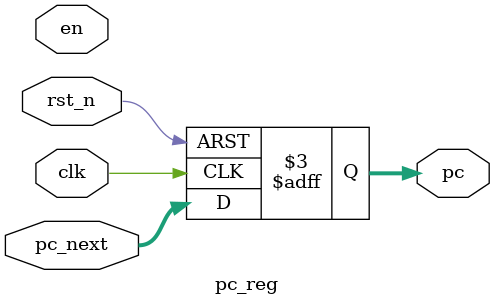
<source format=v>
module pc_reg (
input clk,
input rst_n,
input en,
input [31:0]pc_next,
output reg [31:0] pc
);

always @(posedge clk or negedge rst_n)begin
    if(!rst_n)  pc<=32'b0;
    //else if(en) pc<=pc_next;
    else  pc<=pc_next;

end



endmodule
</source>
